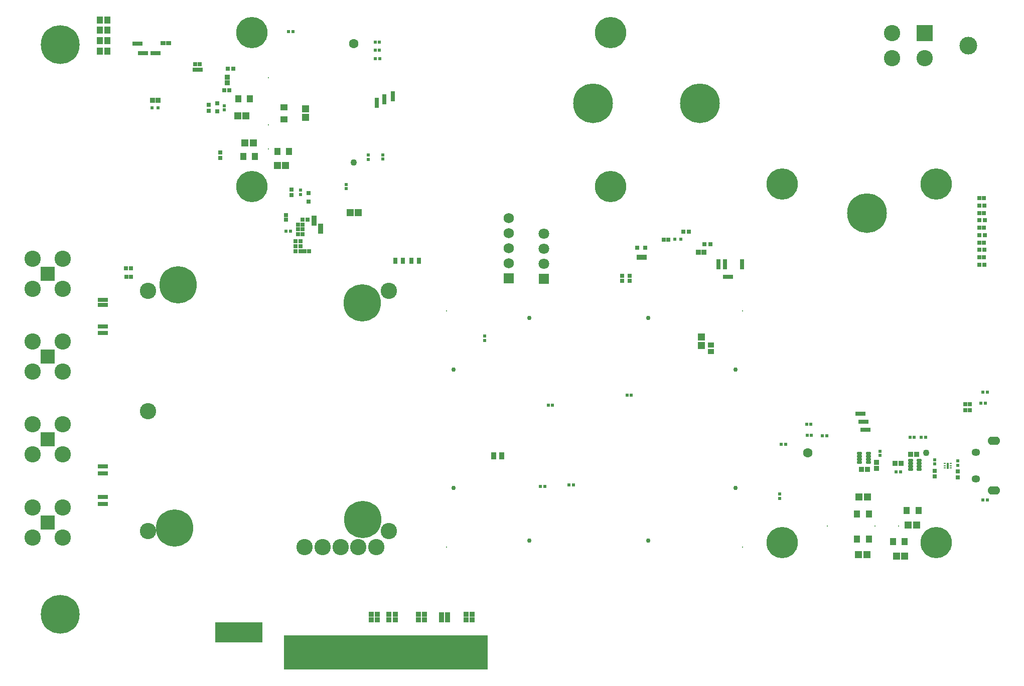
<source format=gbs>
G04*
G04 #@! TF.GenerationSoftware,Altium Limited,Altium Designer,24.4.1 (13)*
G04*
G04 Layer_Color=16711935*
%FSLAX44Y44*%
%MOMM*%
G71*
G04*
G04 #@! TF.SameCoordinates,54A0BAA1-6D0C-43F7-A8F5-CCA505531DDE*
G04*
G04*
G04 #@! TF.FilePolarity,Negative*
G04*
G01*
G75*
%ADD73R,0.7393X0.6725*%
%ADD116R,0.5811X0.5121*%
%ADD120R,0.7000X0.7000*%
%ADD122R,0.7000X0.7000*%
%ADD125R,0.3700X0.2400*%
%ADD126R,0.4000X1.0800*%
%ADD139R,0.5121X0.5811*%
%ADD144R,0.6725X0.7393*%
%ADD145R,0.6725X0.7154*%
%ADD152R,8.0000X3.4500*%
%ADD153R,34.4000X5.8500*%
%ADD161R,0.9144X4.3942*%
%ADD162R,0.9144X3.4036*%
%ADD164R,0.8532X0.8032*%
%ADD165R,1.0032X1.1532*%
%ADD183R,0.6532X0.6532*%
%ADD196R,0.6532X0.6532*%
%ADD198R,0.8032X0.8532*%
%ADD199R,0.8832X0.8432*%
%ADD200R,1.2532X1.3032*%
%ADD201R,0.8432X0.8832*%
%ADD202R,1.3032X1.2532*%
%ADD204R,0.7032X0.6532*%
%ADD208R,0.7532X0.7532*%
%ADD212R,2.4532X2.4532*%
%ADD213C,2.7532*%
%ADD214C,0.7534*%
%ADD215C,6.2992*%
%ADD216C,2.7432*%
%ADD217C,0.2032*%
%ADD218C,2.7500*%
%ADD219R,2.7500X2.7500*%
%ADD220C,2.9972*%
%ADD221C,1.7532*%
%ADD222R,1.7532X1.7532*%
%ADD223C,1.8032*%
%ADD224R,1.8032X1.8032*%
%ADD225O,2.1032X1.4032*%
%ADD226O,1.4532X1.2532*%
%ADD227C,1.1000*%
%ADD228C,1.6000*%
%ADD229C,6.7032*%
%ADD230C,6.5532*%
%ADD231R,0.2032X0.2032*%
%ADD232C,5.2832*%
%ADD265R,1.0000X1.2500*%
%ADD266R,0.5153X0.4725*%
%ADD268R,0.6888X0.6725*%
%ADD269R,0.5000X0.6000*%
%ADD275R,1.2500X1.0000*%
%ADD277R,0.8532X0.9032*%
%ADD278R,0.9232X1.2032*%
%ADD279R,0.8032X1.0032*%
%ADD280R,1.0532X0.9532*%
%ADD281R,0.9532X0.9032*%
%ADD282R,0.7532X0.7032*%
%ADD283R,0.7632X0.7232*%
%ADD284R,0.8532X0.8532*%
G04:AMPARAMS|DCode=285|XSize=0.8632mm|YSize=0.5232mm|CornerRadius=0.1416mm|HoleSize=0mm|Usage=FLASHONLY|Rotation=0.000|XOffset=0mm|YOffset=0mm|HoleType=Round|Shape=RoundedRectangle|*
%AMROUNDEDRECTD285*
21,1,0.8632,0.2400,0,0,0.0*
21,1,0.5800,0.5232,0,0,0.0*
1,1,0.2832,0.2900,-0.1200*
1,1,0.2832,-0.2900,-0.1200*
1,1,0.2832,-0.2900,0.1200*
1,1,0.2832,0.2900,0.1200*
%
%ADD285ROUNDEDRECTD285*%
%ADD286R,0.8532X0.8532*%
D73*
X1126334Y741000D02*
D03*
X1135666D02*
D03*
X366666Y1016000D02*
D03*
X357334D02*
D03*
D116*
X606755Y1032876D02*
D03*
X614066D02*
D03*
X460345Y1079000D02*
D03*
X467655D02*
D03*
X1492655Y335000D02*
D03*
X1485345D02*
D03*
X1291345Y382000D02*
D03*
X1298655D02*
D03*
X1334345Y416000D02*
D03*
X1341655D02*
D03*
X1368155Y396254D02*
D03*
X1360845D02*
D03*
X1335345Y397000D02*
D03*
X1342655D02*
D03*
X1508845Y393757D02*
D03*
X1516155D02*
D03*
X1534905Y393750D02*
D03*
X1527595D02*
D03*
X613655Y1061000D02*
D03*
X606345D02*
D03*
X613655Y1047000D02*
D03*
X606345D02*
D03*
X940655Y313000D02*
D03*
X933345D02*
D03*
X892655Y311000D02*
D03*
X885345D02*
D03*
X905655Y448000D02*
D03*
X898345D02*
D03*
X1031345Y465250D02*
D03*
X1038655D02*
D03*
X1628345Y451000D02*
D03*
X1635655D02*
D03*
X1631732Y470000D02*
D03*
X1639043D02*
D03*
D120*
X1048330Y714000D02*
D03*
X1062330D02*
D03*
D122*
X340000Y958000D02*
D03*
Y944000D02*
D03*
X494000Y806000D02*
D03*
Y792000D02*
D03*
D125*
X1577867Y341819D02*
D03*
Y345819D02*
D03*
Y349819D02*
D03*
X1567567D02*
D03*
Y345819D02*
D03*
Y341819D02*
D03*
D126*
X1572717Y345819D02*
D03*
D139*
X1589400Y353826D02*
D03*
Y346515D02*
D03*
X1457957Y362843D02*
D03*
Y370154D02*
D03*
X1550399Y348515D02*
D03*
Y355826D02*
D03*
X1288796Y297672D02*
D03*
Y290362D02*
D03*
X557000Y813345D02*
D03*
Y820655D02*
D03*
X594525Y862845D02*
D03*
Y870155D02*
D03*
X619000Y863345D02*
D03*
Y870655D02*
D03*
X352000Y953655D02*
D03*
Y946345D02*
D03*
X791000Y557345D02*
D03*
Y564655D02*
D03*
X480000Y803845D02*
D03*
Y811155D02*
D03*
D144*
X465000Y812166D02*
D03*
Y802834D02*
D03*
X325000Y954666D02*
D03*
Y945334D02*
D03*
D145*
X1589400Y326385D02*
D03*
Y335956D02*
D03*
X1550399Y336956D02*
D03*
Y327385D02*
D03*
X345000Y865214D02*
D03*
Y874786D02*
D03*
D152*
X376000Y64626D02*
D03*
D153*
X624000Y30626D02*
D03*
D161*
X489000Y37376D02*
D03*
X649000D02*
D03*
X669000D02*
D03*
X739000D02*
D03*
X779000D02*
D03*
X699000D02*
D03*
X749000D02*
D03*
X709000D02*
D03*
X589000D02*
D03*
X619000D02*
D03*
X659000D02*
D03*
X529000D02*
D03*
X519000D02*
D03*
X509000D02*
D03*
X499000D02*
D03*
X559000D02*
D03*
X599000D02*
D03*
X609000D02*
D03*
X629000D02*
D03*
X639000D02*
D03*
X719000D02*
D03*
X679000D02*
D03*
X729000D02*
D03*
X759000D02*
D03*
X769000D02*
D03*
X689000D02*
D03*
X539000D02*
D03*
X549000D02*
D03*
X469000D02*
D03*
X479000D02*
D03*
X789000D02*
D03*
D162*
X459000Y42329D02*
D03*
D164*
X1206250Y665000D02*
D03*
X1197750D02*
D03*
X142750Y617000D02*
D03*
X151250D02*
D03*
X142750Y570000D02*
D03*
X151250D02*
D03*
X142750Y581000D02*
D03*
X151250D02*
D03*
X142750Y293000D02*
D03*
X151250D02*
D03*
X142750Y281000D02*
D03*
X151250D02*
D03*
X142750Y345000D02*
D03*
X151250D02*
D03*
Y333000D02*
D03*
X142750D02*
D03*
X257250Y1059000D02*
D03*
X248750D02*
D03*
X210250Y1042500D02*
D03*
X218750D02*
D03*
X1437542Y406750D02*
D03*
X1429042D02*
D03*
X1434552Y419750D02*
D03*
X1426052D02*
D03*
X1429451Y433750D02*
D03*
X1420951D02*
D03*
X209250Y1058000D02*
D03*
X200750D02*
D03*
X239750Y1042500D02*
D03*
X231250D02*
D03*
X310790Y1014000D02*
D03*
X302290D02*
D03*
X151250Y626000D02*
D03*
X142750D02*
D03*
D165*
X154750Y1046000D02*
D03*
X141250D02*
D03*
Y1098500D02*
D03*
X154750D02*
D03*
X141250Y1081000D02*
D03*
X154750D02*
D03*
X141250Y1063500D02*
D03*
X154750D02*
D03*
D183*
X352000Y980000D02*
D03*
X360000D02*
D03*
X484000Y753000D02*
D03*
X476000D02*
D03*
X310540Y1023651D02*
D03*
X302540D02*
D03*
X480000Y708000D02*
D03*
X472000D02*
D03*
X487000D02*
D03*
X495000D02*
D03*
X186000Y679000D02*
D03*
X194000D02*
D03*
X484000Y761000D02*
D03*
X492000D02*
D03*
X472000Y725000D02*
D03*
X480000D02*
D03*
X472000Y716000D02*
D03*
X480000D02*
D03*
X476000Y745000D02*
D03*
X484000D02*
D03*
Y737000D02*
D03*
X476000D02*
D03*
D196*
X456000Y769000D02*
D03*
Y761000D02*
D03*
X1035330Y666000D02*
D03*
Y658000D02*
D03*
X1022630Y666000D02*
D03*
Y658000D02*
D03*
D198*
X1185749Y690250D02*
D03*
Y681750D02*
D03*
X1197000Y690250D02*
D03*
Y681750D02*
D03*
X1225250Y690250D02*
D03*
Y681750D02*
D03*
X609000Y954305D02*
D03*
Y962804D02*
D03*
X622000Y959741D02*
D03*
Y968241D02*
D03*
X636000Y965630D02*
D03*
Y974130D02*
D03*
D199*
X1051711Y698000D02*
D03*
X1060511D02*
D03*
D200*
X1500000Y193000D02*
D03*
X1486000D02*
D03*
X1436000Y196000D02*
D03*
X1422000D02*
D03*
X1520000Y246000D02*
D03*
X1506000D02*
D03*
X1437000Y293000D02*
D03*
X1423000D02*
D03*
X400525Y890876D02*
D03*
X386525D02*
D03*
X374275Y936601D02*
D03*
X388275D02*
D03*
X455000Y853000D02*
D03*
X441000D02*
D03*
X578000Y773000D02*
D03*
X564000D02*
D03*
D201*
X769540Y94576D02*
D03*
Y85976D02*
D03*
X514266Y750138D02*
D03*
Y741338D02*
D03*
X502841Y764150D02*
D03*
Y755350D02*
D03*
X599360Y94576D02*
D03*
Y85976D02*
D03*
X609520D02*
D03*
Y94576D02*
D03*
X629586D02*
D03*
Y85976D02*
D03*
X640508D02*
D03*
Y94576D02*
D03*
X679370Y85976D02*
D03*
Y94576D02*
D03*
X689530Y85976D02*
D03*
Y94576D02*
D03*
X718000Y85700D02*
D03*
Y94300D02*
D03*
X728000D02*
D03*
Y85700D02*
D03*
X759380Y85976D02*
D03*
Y94576D02*
D03*
D202*
X1156882Y563000D02*
D03*
Y549000D02*
D03*
X489000Y948000D02*
D03*
Y934000D02*
D03*
D204*
X194069Y664912D02*
D03*
X186569D02*
D03*
X1626250Y772500D02*
D03*
X1633750D02*
D03*
X1626250Y722500D02*
D03*
X1633750D02*
D03*
Y747500D02*
D03*
X1626250D02*
D03*
X1633750Y697500D02*
D03*
X1626250D02*
D03*
X1633750Y797500D02*
D03*
X1626250D02*
D03*
D208*
X1635000Y760000D02*
D03*
X1626000D02*
D03*
X1634500Y685000D02*
D03*
X1625500D02*
D03*
Y710000D02*
D03*
X1634500D02*
D03*
X1626000Y735000D02*
D03*
X1635000D02*
D03*
X1625500Y785000D02*
D03*
X1634500D02*
D03*
D212*
X53500Y250000D02*
D03*
X53500Y390000D02*
D03*
Y530000D02*
D03*
X53500Y670000D02*
D03*
D213*
X28100Y275400D02*
D03*
Y224600D02*
D03*
X78900D02*
D03*
Y275400D02*
D03*
X28100Y415400D02*
D03*
X28100Y364600D02*
D03*
X78900Y364600D02*
D03*
X78900Y415400D02*
D03*
X28100Y555400D02*
D03*
Y504600D02*
D03*
X78900D02*
D03*
Y555400D02*
D03*
X28100Y695400D02*
D03*
Y644600D02*
D03*
X78900D02*
D03*
Y695400D02*
D03*
D214*
X1214375Y308431D02*
D03*
Y508431D02*
D03*
X866774Y595307D02*
D03*
X1066774D02*
D03*
X738148Y508455D02*
D03*
Y308456D02*
D03*
X1066749Y219080D02*
D03*
X866749D02*
D03*
D215*
X584550Y620426D02*
D03*
X273800Y651160D02*
D03*
X267450Y240080D02*
D03*
X585225Y255074D02*
D03*
D216*
X487040Y208000D02*
D03*
X548000D02*
D03*
X223000Y641000D02*
D03*
Y438000D02*
D03*
Y235000D02*
D03*
X629000D02*
D03*
Y641000D02*
D03*
X608000Y208000D02*
D03*
X578000D02*
D03*
X517520D02*
D03*
X487040D02*
D03*
X548000D02*
D03*
X578000D02*
D03*
X223000Y641000D02*
D03*
X608000Y208000D02*
D03*
X223000Y235000D02*
D03*
X629000Y641000D02*
D03*
X223000Y438000D02*
D03*
X517520Y208000D02*
D03*
X629000Y235000D02*
D03*
D217*
X1489376Y243775D02*
D03*
X1449376D02*
D03*
X1489376D02*
D03*
X1369376D02*
D03*
X426275Y1000876D02*
D03*
Y880876D02*
D03*
D03*
Y920876D02*
D03*
D218*
X1478882Y1034000D02*
D03*
Y1075910D02*
D03*
X1534000Y1034000D02*
D03*
D219*
Y1075910D02*
D03*
D220*
X1606898Y1054955D02*
D03*
D221*
X832000Y712800D02*
D03*
Y738200D02*
D03*
Y687400D02*
D03*
Y763600D02*
D03*
D222*
Y662000D02*
D03*
D223*
X891000Y687000D02*
D03*
Y712400D02*
D03*
Y737800D02*
D03*
D224*
Y661600D02*
D03*
D225*
X1650000Y304000D02*
D03*
Y387500D02*
D03*
D226*
X1620000Y368000D02*
D03*
Y323500D02*
D03*
D227*
X1536000Y367750D02*
D03*
X570000Y858000D02*
D03*
D228*
X1336000Y367750D02*
D03*
X570000Y1058000D02*
D03*
D229*
X1436000Y772000D02*
D03*
X974250Y958000D02*
D03*
X1154000D02*
D03*
D230*
X75000Y1057000D02*
D03*
X75000Y95000D02*
D03*
D231*
X1226110Y208497D02*
D03*
X726746Y607277D02*
D03*
X727000Y208497D02*
D03*
X1226110Y607277D02*
D03*
D232*
X1553426Y216075D02*
D03*
X1293426Y821075D02*
D03*
X1553426D02*
D03*
X1293426Y216075D02*
D03*
X398575Y816826D02*
D03*
X1003575Y1076826D02*
D03*
Y816826D02*
D03*
X398575Y1076826D02*
D03*
D265*
X1480000Y218000D02*
D03*
X1500000D02*
D03*
X1419376Y221753D02*
D03*
X1439376D02*
D03*
X1503000Y270000D02*
D03*
X1523000D02*
D03*
X1419376Y263828D02*
D03*
X1439376D02*
D03*
X395000Y965000D02*
D03*
X375000D02*
D03*
X383525Y867581D02*
D03*
X403525D02*
D03*
X441003Y876476D02*
D03*
X461003D02*
D03*
D266*
X455806Y741500D02*
D03*
X463377D02*
D03*
X1639036Y288000D02*
D03*
X1631464D02*
D03*
D268*
X1161865Y720000D02*
D03*
X1172135D02*
D03*
D269*
X1112000Y728000D02*
D03*
X1122000D02*
D03*
X240000Y950000D02*
D03*
X230000D02*
D03*
D275*
X452525Y930876D02*
D03*
Y950876D02*
D03*
D277*
X357000Y992250D02*
D03*
Y1001750D02*
D03*
D278*
X819900Y362000D02*
D03*
X806100D02*
D03*
D279*
X680500Y692000D02*
D03*
X667500D02*
D03*
X652971Y692098D02*
D03*
X639971D02*
D03*
D280*
X1172883Y538250D02*
D03*
Y549750D02*
D03*
D281*
X1161250Y706500D02*
D03*
X1151750D02*
D03*
X239750Y962500D02*
D03*
X230250D02*
D03*
D282*
X1101000Y727000D02*
D03*
X1093500D02*
D03*
D283*
X1602000Y439802D02*
D03*
X1609800D02*
D03*
X1609800Y449802D02*
D03*
X1602000D02*
D03*
D284*
X1520000Y365000D02*
D03*
X1510000D02*
D03*
X1426957Y339499D02*
D03*
X1436957D02*
D03*
X1494000Y350000D02*
D03*
X1484000D02*
D03*
D285*
X1509817Y344483D02*
D03*
Y339483D02*
D03*
Y349483D02*
D03*
Y354483D02*
D03*
X1524517D02*
D03*
Y349483D02*
D03*
Y344483D02*
D03*
Y339483D02*
D03*
X1423700Y366800D02*
D03*
Y361800D02*
D03*
Y356800D02*
D03*
Y351800D02*
D03*
X1438400D02*
D03*
Y356800D02*
D03*
Y366800D02*
D03*
Y361800D02*
D03*
D286*
X1452000Y351000D02*
D03*
Y341000D02*
D03*
M02*

</source>
